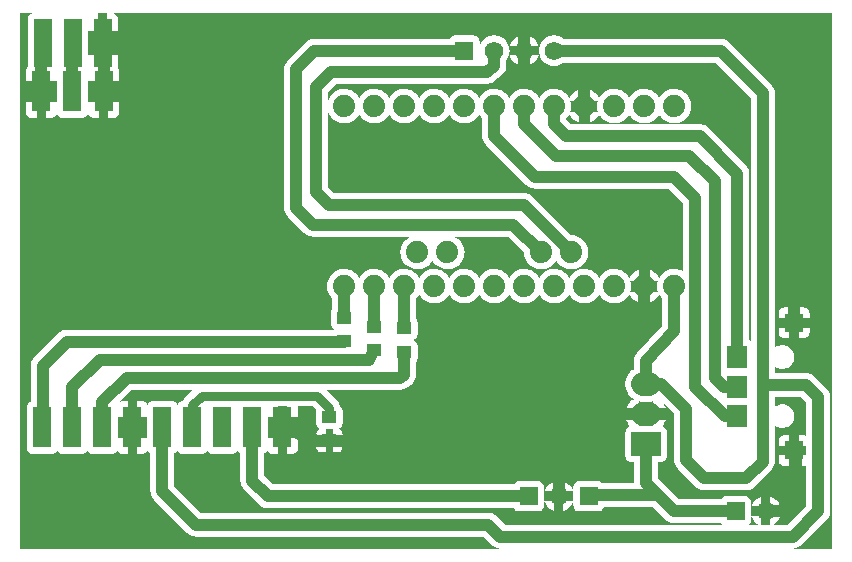
<source format=gtl>
G04 ---------------------------- Layer name :TOP LAYER*
G04 EasyEDA v5.7.24, Sat, 01 Sep 2018 15:29:15 GMT*
G04 70d3823de7e84894a96469fe6f11b24c*
G04 Gerber Generator version 0.2*
G04 Scale: 100 percent, Rotated: No, Reflected: No *
G04 Dimensions in inches *
G04 leading zeros omitted , absolute positions ,2 integer and 4 decimal *
%FSLAX24Y24*%
%MOIN*%
G90*
G70D02*

%ADD11C,0.040000*%
%ADD12C,0.030000*%
%ADD13R,0.062992X0.062992*%
%ADD14R,0.070866X0.074803*%
%ADD15R,0.062992X0.137800*%
%ADD16R,0.060500X0.160500*%
%ADD17R,0.049212X0.039370*%
%ADD18R,0.062000X0.062000*%
%ADD19C,0.062000*%
%ADD20C,0.074000*%
%ADD21R,0.098425X0.078740*%
%ADD22C,0.078740*%

%LPD*%
G36*
G01X16000Y0D02*
G01X0Y0D01*
G01X0Y17850D01*
G01X425Y17850D01*
G01X395Y17846D01*
G01X347Y17826D01*
G01X305Y17794D01*
G01X273Y17752D01*
G01X253Y17704D01*
G01X247Y17652D01*
G01X247Y16073D01*
G01X243Y16071D01*
G01X211Y16029D01*
G01X191Y15981D01*
G01X184Y15929D01*
G01X184Y15584D01*
G01X542Y15584D01*
G01X542Y15847D01*
G01X857Y15847D01*
G01X857Y15584D01*
G01X1215Y15584D01*
G01X1215Y15929D01*
G01X1214Y15933D01*
G01X1225Y15947D01*
G01X1228Y15953D01*
G01X1225Y15929D01*
G01X1225Y14551D01*
G01X1231Y14499D01*
G01X1251Y14451D01*
G01X1283Y14409D01*
G01X1325Y14377D01*
G01X1373Y14357D01*
G01X1425Y14351D01*
G01X2055Y14351D01*
G01X2106Y14357D01*
G01X2155Y14377D01*
G01X2196Y14409D01*
G01X2228Y14451D01*
G01X2248Y14499D01*
G01X2255Y14551D01*
G01X2255Y15929D01*
G01X2248Y15981D01*
G01X2243Y15992D01*
G01X2245Y15996D01*
G01X2250Y16028D01*
G01X2253Y15996D01*
G01X2268Y15959D01*
G01X2265Y15929D01*
G01X2265Y15584D01*
G01X2622Y15584D01*
G01X2622Y16129D01*
G01X2598Y16129D01*
G01X2598Y16448D01*
G01X2252Y16448D01*
G01X2252Y17251D01*
G01X2598Y17251D01*
G01X2598Y17850D01*
G01X2901Y17850D01*
G01X2901Y17251D01*
G01X3252Y17251D01*
G01X3252Y17652D01*
G01X3245Y17704D01*
G01X3225Y17752D01*
G01X3193Y17794D01*
G01X3152Y17826D01*
G01X3103Y17846D01*
G01X3073Y17850D01*
G01X27050Y17850D01*
G01X27050Y0D01*
G01X25750Y0D01*
G01X25812Y5D01*
G01X25873Y19D01*
G01X25931Y43D01*
G01X25985Y76D01*
G01X26032Y117D01*
G01X26882Y967D01*
G01X26923Y1015D01*
G01X26956Y1068D01*
G01X26980Y1126D01*
G01X26994Y1187D01*
G01X27000Y1250D01*
G01X27000Y5050D01*
G01X26994Y5112D01*
G01X26980Y5173D01*
G01X26956Y5231D01*
G01X26923Y5284D01*
G01X26882Y5332D01*
G01X26482Y5732D01*
G01X26435Y5773D01*
G01X26381Y5806D01*
G01X26323Y5830D01*
G01X26262Y5844D01*
G01X26200Y5850D01*
G01X25150Y5850D01*
G01X25150Y6077D01*
G01X25166Y6063D01*
G01X25219Y6031D01*
G01X25277Y6007D01*
G01X25337Y5992D01*
G01X25400Y5987D01*
G01X25462Y5992D01*
G01X25522Y6007D01*
G01X25580Y6031D01*
G01X25633Y6063D01*
G01X25680Y6103D01*
G01X25721Y6151D01*
G01X25753Y6204D01*
G01X25777Y6261D01*
G01X25791Y6322D01*
G01X25796Y6384D01*
G01X25791Y6446D01*
G01X25777Y6507D01*
G01X25753Y6564D01*
G01X25721Y6617D01*
G01X25680Y6665D01*
G01X25633Y6705D01*
G01X25580Y6737D01*
G01X25522Y6761D01*
G01X25462Y6776D01*
G01X25400Y6781D01*
G01X25337Y6776D01*
G01X25277Y6761D01*
G01X25219Y6737D01*
G01X25166Y6705D01*
G01X25150Y6691D01*
G01X25150Y15200D01*
G01X25144Y15262D01*
G01X25130Y15323D01*
G01X25106Y15381D01*
G01X25073Y15434D01*
G01X25032Y15482D01*
G01X23632Y16882D01*
G01X23585Y16923D01*
G01X23531Y16956D01*
G01X23473Y16980D01*
G01X23412Y16994D01*
G01X23350Y17000D01*
G01X18113Y17000D01*
G01X18093Y17016D01*
G01X18034Y17052D01*
G01X17970Y17080D01*
G01X17903Y17098D01*
G01X17835Y17108D01*
G01X17764Y17108D01*
G01X17696Y17098D01*
G01X17629Y17080D01*
G01X17565Y17052D01*
G01X17506Y17016D01*
G01X17452Y16972D01*
G01X17405Y16921D01*
G01X17364Y16864D01*
G01X17332Y16802D01*
G01X17309Y16737D01*
G01X17295Y16669D01*
G01X17290Y16600D01*
G01X17295Y16530D01*
G01X17309Y16462D01*
G01X17332Y16397D01*
G01X17364Y16335D01*
G01X17405Y16278D01*
G01X17452Y16227D01*
G01X17506Y16183D01*
G01X17565Y16147D01*
G01X17629Y16119D01*
G01X17696Y16101D01*
G01X17764Y16091D01*
G01X17835Y16091D01*
G01X17903Y16101D01*
G01X17970Y16119D01*
G01X18034Y16147D01*
G01X18093Y16183D01*
G01X18113Y16200D01*
G01X23184Y16200D01*
G01X24350Y15034D01*
G01X24350Y6934D01*
G01X24309Y6951D01*
G01X24303Y6952D01*
G01X24303Y12496D01*
G01X24298Y12558D01*
G01X24284Y12619D01*
G01X24260Y12677D01*
G01X24227Y12731D01*
G01X24186Y12778D01*
G01X22932Y14032D01*
G01X22885Y14073D01*
G01X22831Y14106D01*
G01X22773Y14130D01*
G01X22712Y14144D01*
G01X22650Y14150D01*
G01X18365Y14150D01*
G01X18200Y14315D01*
G01X18200Y14344D01*
G01X18209Y14353D01*
G01X18256Y14408D01*
G01X18296Y14470D01*
G01X18300Y14478D01*
G01X18322Y14438D01*
G01X18366Y14380D01*
G01X18416Y14327D01*
G01X18473Y14282D01*
G01X18536Y14244D01*
G01X18603Y14215D01*
G01X18614Y14211D01*
G01X18614Y14565D01*
G01X18337Y14565D01*
G01X18351Y14605D01*
G01X18365Y14677D01*
G01X18369Y14750D01*
G01X18365Y14822D01*
G01X18351Y14894D01*
G01X18337Y14934D01*
G01X18614Y14934D01*
G01X18614Y15288D01*
G01X18603Y15284D01*
G01X18536Y15255D01*
G01X18473Y15217D01*
G01X18416Y15172D01*
G01X18366Y15119D01*
G01X18322Y15061D01*
G01X18300Y15021D01*
G01X18296Y15029D01*
G01X18256Y15091D01*
G01X18209Y15146D01*
G01X18155Y15195D01*
G01X18095Y15237D01*
G01X18030Y15271D01*
G01X17962Y15296D01*
G01X17891Y15312D01*
G01X17818Y15319D01*
G01X17744Y15317D01*
G01X17673Y15305D01*
G01X17603Y15284D01*
G01X17536Y15255D01*
G01X17473Y15217D01*
G01X17416Y15172D01*
G01X17366Y15119D01*
G01X17322Y15061D01*
G01X17300Y15021D01*
G01X17296Y15029D01*
G01X17256Y15091D01*
G01X17209Y15146D01*
G01X17155Y15195D01*
G01X17095Y15237D01*
G01X17030Y15271D01*
G01X16962Y15296D01*
G01X16891Y15312D01*
G01X16818Y15319D01*
G01X16744Y15317D01*
G01X16673Y15305D01*
G01X16603Y15284D01*
G01X16536Y15255D01*
G01X16473Y15217D01*
G01X16416Y15172D01*
G01X16366Y15119D01*
G01X16322Y15061D01*
G01X16300Y15021D01*
G01X16296Y15029D01*
G01X16256Y15091D01*
G01X16209Y15146D01*
G01X16155Y15195D01*
G01X16095Y15237D01*
G01X16030Y15271D01*
G01X15962Y15296D01*
G01X15891Y15312D01*
G01X15818Y15319D01*
G01X15744Y15317D01*
G01X15673Y15305D01*
G01X15603Y15284D01*
G01X15536Y15255D01*
G01X15473Y15217D01*
G01X15416Y15172D01*
G01X15366Y15119D01*
G01X15322Y15061D01*
G01X15300Y15021D01*
G01X15296Y15029D01*
G01X15256Y15091D01*
G01X15209Y15146D01*
G01X15155Y15195D01*
G01X15095Y15237D01*
G01X15030Y15271D01*
G01X14962Y15296D01*
G01X14891Y15312D01*
G01X14818Y15319D01*
G01X14744Y15317D01*
G01X14673Y15305D01*
G01X14603Y15284D01*
G01X14536Y15255D01*
G01X14473Y15217D01*
G01X14416Y15172D01*
G01X14366Y15119D01*
G01X14322Y15061D01*
G01X14300Y15021D01*
G01X14296Y15029D01*
G01X14256Y15091D01*
G01X14209Y15146D01*
G01X14155Y15195D01*
G01X14095Y15237D01*
G01X14030Y15271D01*
G01X13962Y15296D01*
G01X13891Y15312D01*
G01X13818Y15319D01*
G01X13744Y15317D01*
G01X13673Y15305D01*
G01X13603Y15284D01*
G01X13536Y15255D01*
G01X13473Y15217D01*
G01X13416Y15172D01*
G01X13366Y15119D01*
G01X13322Y15061D01*
G01X13300Y15021D01*
G01X13296Y15029D01*
G01X13256Y15091D01*
G01X13209Y15146D01*
G01X13155Y15195D01*
G01X13095Y15237D01*
G01X13030Y15271D01*
G01X12962Y15296D01*
G01X12891Y15312D01*
G01X12818Y15319D01*
G01X12744Y15317D01*
G01X12673Y15305D01*
G01X12603Y15284D01*
G01X12536Y15255D01*
G01X12473Y15217D01*
G01X12416Y15172D01*
G01X12366Y15119D01*
G01X12322Y15061D01*
G01X12300Y15021D01*
G01X12296Y15029D01*
G01X12256Y15091D01*
G01X12209Y15146D01*
G01X12155Y15195D01*
G01X12095Y15237D01*
G01X12030Y15271D01*
G01X11962Y15296D01*
G01X11891Y15312D01*
G01X11818Y15319D01*
G01X11744Y15317D01*
G01X11673Y15305D01*
G01X11603Y15284D01*
G01X11536Y15255D01*
G01X11473Y15217D01*
G01X11416Y15172D01*
G01X11366Y15119D01*
G01X11322Y15061D01*
G01X11300Y15021D01*
G01X11296Y15029D01*
G01X11256Y15091D01*
G01X11209Y15146D01*
G01X11155Y15195D01*
G01X11095Y15237D01*
G01X11030Y15271D01*
G01X10962Y15296D01*
G01X10891Y15312D01*
G01X10818Y15319D01*
G01X10744Y15317D01*
G01X10673Y15305D01*
G01X10603Y15284D01*
G01X10536Y15255D01*
G01X10473Y15217D01*
G01X10416Y15172D01*
G01X10366Y15119D01*
G01X10322Y15061D01*
G01X10286Y14997D01*
G01X10258Y14929D01*
G01X10250Y14895D01*
G01X10250Y15234D01*
G01X10515Y15500D01*
G01X15550Y15500D01*
G01X15603Y15503D01*
G01X15656Y15514D01*
G01X15707Y15532D01*
G01X15755Y15556D01*
G01X15800Y15587D01*
G01X16050Y15787D01*
G01X16101Y15837D01*
G01X16143Y15894D01*
G01X16174Y15959D01*
G01X16193Y16028D01*
G01X16200Y16100D01*
G01X16200Y16285D01*
G01X16235Y16335D01*
G01X16267Y16397D01*
G01X16290Y16462D01*
G01X16304Y16530D01*
G01X16309Y16600D01*
G01X16304Y16669D01*
G01X16290Y16737D01*
G01X16267Y16802D01*
G01X16235Y16864D01*
G01X16194Y16921D01*
G01X16147Y16972D01*
G01X16093Y17016D01*
G01X16034Y17052D01*
G01X15970Y17080D01*
G01X15903Y17098D01*
G01X15835Y17108D01*
G01X15764Y17108D01*
G01X15696Y17098D01*
G01X15629Y17080D01*
G01X15565Y17052D01*
G01X15506Y17016D01*
G01X15452Y16972D01*
G01X15405Y16921D01*
G01X15364Y16864D01*
G01X15332Y16802D01*
G01X15310Y16738D01*
G01X15310Y16909D01*
G01X15303Y16961D01*
G01X15283Y17009D01*
G01X15251Y17051D01*
G01X15210Y17083D01*
G01X15161Y17103D01*
G01X15110Y17109D01*
G01X14489Y17109D01*
G01X14437Y17103D01*
G01X14389Y17083D01*
G01X14347Y17051D01*
G01X14316Y17009D01*
G01X14312Y17000D01*
G01X9800Y17000D01*
G01X9737Y16994D01*
G01X9676Y16980D01*
G01X9618Y16956D01*
G01X9564Y16923D01*
G01X9517Y16882D01*
G01X8917Y16282D01*
G01X8876Y16234D01*
G01X8843Y16181D01*
G01X8819Y16123D01*
G01X8805Y16062D01*
G01X8800Y16000D01*
G01X8800Y11350D01*
G01X8805Y11287D01*
G01X8819Y11226D01*
G01X8843Y11168D01*
G01X8876Y11115D01*
G01X8917Y11067D01*
G01X9467Y10517D01*
G01X9514Y10476D01*
G01X9568Y10443D01*
G01X9626Y10419D01*
G01X9687Y10405D01*
G01X9750Y10400D01*
G01X13008Y10400D01*
G01X12975Y10385D01*
G01X12913Y10347D01*
G01X12856Y10302D01*
G01X12805Y10249D01*
G01X12761Y10191D01*
G01X12726Y10127D01*
G01X12698Y10059D01*
G01X12680Y9988D01*
G01X12670Y9916D01*
G01X12670Y9843D01*
G01X12680Y9771D01*
G01X12698Y9700D01*
G01X12726Y9632D01*
G01X12761Y9568D01*
G01X12805Y9510D01*
G01X12856Y9457D01*
G01X12913Y9412D01*
G01X12975Y9374D01*
G01X13042Y9344D01*
G01X13112Y9324D01*
G01X13184Y9312D01*
G01X13257Y9310D01*
G01X13330Y9317D01*
G01X13401Y9333D01*
G01X13469Y9358D01*
G01X13535Y9392D01*
G01X13594Y9434D01*
G01X13648Y9483D01*
G01X13696Y9538D01*
G01X13736Y9600D01*
G01X13739Y9608D01*
G01X13761Y9568D01*
G01X13805Y9510D01*
G01X13856Y9457D01*
G01X13913Y9412D01*
G01X13975Y9374D01*
G01X14042Y9344D01*
G01X14112Y9324D01*
G01X14184Y9312D01*
G01X14257Y9310D01*
G01X14330Y9317D01*
G01X14401Y9333D01*
G01X14469Y9358D01*
G01X14535Y9392D01*
G01X14594Y9434D01*
G01X14648Y9483D01*
G01X14696Y9538D01*
G01X14736Y9600D01*
G01X14767Y9666D01*
G01X14790Y9735D01*
G01X14805Y9807D01*
G01X14809Y9880D01*
G01X14805Y9952D01*
G01X14790Y10024D01*
G01X14767Y10093D01*
G01X14736Y10159D01*
G01X14696Y10221D01*
G01X14648Y10276D01*
G01X14594Y10325D01*
G01X14535Y10367D01*
G01X14472Y10400D01*
G01X16273Y10400D01*
G01X16791Y9883D01*
G01X16791Y9843D01*
G01X16800Y9771D01*
G01X16818Y9700D01*
G01X16846Y9632D01*
G01X16882Y9568D01*
G01X16926Y9510D01*
G01X16976Y9457D01*
G01X17033Y9412D01*
G01X17096Y9374D01*
G01X17163Y9344D01*
G01X17233Y9324D01*
G01X17305Y9312D01*
G01X17378Y9310D01*
G01X17451Y9317D01*
G01X17522Y9333D01*
G01X17590Y9358D01*
G01X17655Y9392D01*
G01X17715Y9434D01*
G01X17769Y9483D01*
G01X17816Y9538D01*
G01X17856Y9600D01*
G01X17860Y9608D01*
G01X17882Y9568D01*
G01X17926Y9510D01*
G01X17976Y9457D01*
G01X18033Y9412D01*
G01X18096Y9374D01*
G01X18163Y9344D01*
G01X18233Y9324D01*
G01X18305Y9312D01*
G01X18378Y9310D01*
G01X18451Y9317D01*
G01X18522Y9333D01*
G01X18590Y9358D01*
G01X18655Y9392D01*
G01X18715Y9434D01*
G01X18769Y9483D01*
G01X18816Y9538D01*
G01X18856Y9600D01*
G01X18888Y9666D01*
G01X18911Y9735D01*
G01X18925Y9807D01*
G01X18930Y9880D01*
G01X18925Y9952D01*
G01X18911Y10024D01*
G01X18888Y10093D01*
G01X18856Y10159D01*
G01X18816Y10221D01*
G01X18769Y10276D01*
G01X18715Y10325D01*
G01X18655Y10367D01*
G01X18590Y10401D01*
G01X18522Y10426D01*
G01X18451Y10442D01*
G01X18378Y10449D01*
G01X18356Y10448D01*
G01X17072Y11732D01*
G01X17024Y11773D01*
G01X16971Y11806D01*
G01X16912Y11830D01*
G01X16852Y11844D01*
G01X16789Y11850D01*
G01X10465Y11850D01*
G01X10250Y12065D01*
G01X10250Y14605D01*
G01X10258Y14570D01*
G01X10286Y14502D01*
G01X10322Y14438D01*
G01X10366Y14380D01*
G01X10416Y14327D01*
G01X10473Y14282D01*
G01X10536Y14244D01*
G01X10603Y14215D01*
G01X10673Y14194D01*
G01X10744Y14182D01*
G01X10818Y14180D01*
G01X10891Y14187D01*
G01X10962Y14203D01*
G01X11030Y14228D01*
G01X11095Y14262D01*
G01X11155Y14304D01*
G01X11209Y14353D01*
G01X11256Y14408D01*
G01X11296Y14470D01*
G01X11300Y14478D01*
G01X11322Y14438D01*
G01X11366Y14380D01*
G01X11416Y14327D01*
G01X11473Y14282D01*
G01X11536Y14244D01*
G01X11603Y14215D01*
G01X11673Y14194D01*
G01X11744Y14182D01*
G01X11818Y14180D01*
G01X11891Y14187D01*
G01X11962Y14203D01*
G01X12030Y14228D01*
G01X12095Y14262D01*
G01X12155Y14304D01*
G01X12209Y14353D01*
G01X12256Y14408D01*
G01X12296Y14470D01*
G01X12300Y14478D01*
G01X12322Y14438D01*
G01X12366Y14380D01*
G01X12416Y14327D01*
G01X12473Y14282D01*
G01X12536Y14244D01*
G01X12603Y14215D01*
G01X12673Y14194D01*
G01X12744Y14182D01*
G01X12818Y14180D01*
G01X12891Y14187D01*
G01X12962Y14203D01*
G01X13030Y14228D01*
G01X13095Y14262D01*
G01X13155Y14304D01*
G01X13209Y14353D01*
G01X13256Y14408D01*
G01X13296Y14470D01*
G01X13300Y14478D01*
G01X13322Y14438D01*
G01X13366Y14380D01*
G01X13416Y14327D01*
G01X13473Y14282D01*
G01X13536Y14244D01*
G01X13603Y14215D01*
G01X13673Y14194D01*
G01X13744Y14182D01*
G01X13818Y14180D01*
G01X13891Y14187D01*
G01X13962Y14203D01*
G01X14030Y14228D01*
G01X14095Y14262D01*
G01X14155Y14304D01*
G01X14209Y14353D01*
G01X14256Y14408D01*
G01X14296Y14470D01*
G01X14300Y14478D01*
G01X14322Y14438D01*
G01X14366Y14380D01*
G01X14416Y14327D01*
G01X14473Y14282D01*
G01X14536Y14244D01*
G01X14603Y14215D01*
G01X14673Y14194D01*
G01X14744Y14182D01*
G01X14818Y14180D01*
G01X14891Y14187D01*
G01X14962Y14203D01*
G01X15030Y14228D01*
G01X15095Y14262D01*
G01X15155Y14304D01*
G01X15209Y14353D01*
G01X15256Y14408D01*
G01X15296Y14470D01*
G01X15300Y14478D01*
G01X15322Y14438D01*
G01X15366Y14380D01*
G01X15400Y14344D01*
G01X15400Y13750D01*
G01X15405Y13687D01*
G01X15419Y13626D01*
G01X15443Y13568D01*
G01X15476Y13515D01*
G01X15517Y13467D01*
G01X16867Y12117D01*
G01X16914Y12076D01*
G01X16968Y12043D01*
G01X17026Y12019D01*
G01X17087Y12005D01*
G01X17150Y12000D01*
G01X21634Y12000D01*
G01X22100Y11534D01*
G01X22100Y9233D01*
G01X22095Y9237D01*
G01X22030Y9271D01*
G01X21962Y9296D01*
G01X21891Y9312D01*
G01X21818Y9319D01*
G01X21744Y9317D01*
G01X21673Y9305D01*
G01X21603Y9284D01*
G01X21536Y9255D01*
G01X21473Y9217D01*
G01X21416Y9172D01*
G01X21366Y9119D01*
G01X21322Y9061D01*
G01X21300Y9021D01*
G01X21296Y9029D01*
G01X21256Y9091D01*
G01X21209Y9146D01*
G01X21155Y9195D01*
G01X21095Y9237D01*
G01X21030Y9271D01*
G01X20985Y9288D01*
G01X20985Y8934D01*
G01X21261Y8934D01*
G01X21258Y8929D01*
G01X21240Y8858D01*
G01X21231Y8786D01*
G01X21231Y8713D01*
G01X21240Y8641D01*
G01X21258Y8570D01*
G01X21261Y8565D01*
G01X20985Y8565D01*
G01X20985Y8211D01*
G01X21030Y8228D01*
G01X21095Y8262D01*
G01X21155Y8304D01*
G01X21209Y8353D01*
G01X21256Y8408D01*
G01X21296Y8470D01*
G01X21300Y8478D01*
G01X21322Y8438D01*
G01X21366Y8380D01*
G01X21400Y8344D01*
G01X21400Y7409D01*
G01X20560Y6525D01*
G01X20521Y6477D01*
G01X20489Y6424D01*
G01X20467Y6366D01*
G01X20453Y6306D01*
G01X20450Y6244D01*
G01X20453Y5996D01*
G01X20410Y5967D01*
G01X20385Y5948D01*
G01X20336Y5905D01*
G01X20331Y5900D01*
G01X20326Y5894D01*
G01X20321Y5889D01*
G01X20316Y5883D01*
G01X20312Y5877D01*
G01X20272Y5826D01*
G01X20255Y5799D01*
G01X20224Y5742D01*
G01X20212Y5713D01*
G01X20191Y5652D01*
G01X20182Y5620D01*
G01X20171Y5556D01*
G01X20168Y5522D01*
G01X20168Y5457D01*
G01X20171Y5423D01*
G01X20182Y5359D01*
G01X20191Y5327D01*
G01X20212Y5266D01*
G01X20224Y5237D01*
G01X20255Y5180D01*
G01X20272Y5153D01*
G01X20312Y5102D01*
G01X20316Y5096D01*
G01X20321Y5090D01*
G01X20326Y5085D01*
G01X20331Y5080D01*
G01X20336Y5075D01*
G01X20385Y5031D01*
G01X20410Y5012D01*
G01X20443Y4990D01*
G01X20410Y4967D01*
G01X20385Y4948D01*
G01X20336Y4905D01*
G01X20331Y4900D01*
G01X20326Y4894D01*
G01X20321Y4889D01*
G01X20316Y4883D01*
G01X20312Y4877D01*
G01X20272Y4826D01*
G01X20255Y4799D01*
G01X20224Y4742D01*
G01X20212Y4713D01*
G01X20202Y4686D01*
G01X20614Y4686D01*
G01X20614Y4916D01*
G01X20647Y4908D01*
G01X20678Y4902D01*
G01X20744Y4897D01*
G01X20761Y4896D01*
G01X20958Y4896D01*
G01X20975Y4897D01*
G01X21040Y4902D01*
G01X21071Y4908D01*
G01X21105Y4916D01*
G01X21105Y4686D01*
G01X21516Y4686D01*
G01X21507Y4713D01*
G01X21494Y4742D01*
G01X21464Y4799D01*
G01X21446Y4827D01*
G01X21407Y4876D01*
G01X21800Y4484D01*
G01X21800Y2950D01*
G01X21805Y2887D01*
G01X21819Y2826D01*
G01X21843Y2768D01*
G01X21876Y2715D01*
G01X21917Y2667D01*
G01X22517Y2067D01*
G01X22564Y2026D01*
G01X22618Y1993D01*
G01X22676Y1969D01*
G01X22737Y1955D01*
G01X22800Y1950D01*
G01X24200Y1950D01*
G01X24262Y1955D01*
G01X24323Y1969D01*
G01X24381Y1993D01*
G01X24435Y2026D01*
G01X24482Y2067D01*
G01X25032Y2617D01*
G01X25073Y2665D01*
G01X25106Y2718D01*
G01X25130Y2776D01*
G01X25144Y2837D01*
G01X25150Y2900D01*
G01X25150Y4109D01*
G01X25167Y4094D01*
G01X25220Y4062D01*
G01X25277Y4038D01*
G01X25338Y4024D01*
G01X25400Y4019D01*
G01X25462Y4024D01*
G01X25523Y4038D01*
G01X25580Y4062D01*
G01X25633Y4094D01*
G01X25681Y4135D01*
G01X25721Y4182D01*
G01X25753Y4236D01*
G01X25777Y4293D01*
G01X25792Y4353D01*
G01X25797Y4416D01*
G01X25792Y4478D01*
G01X25777Y4538D01*
G01X25753Y4596D01*
G01X25721Y4649D01*
G01X25681Y4696D01*
G01X25633Y4737D01*
G01X25580Y4769D01*
G01X25523Y4793D01*
G01X25462Y4807D01*
G01X25400Y4812D01*
G01X25338Y4807D01*
G01X25277Y4793D01*
G01X25220Y4769D01*
G01X25167Y4737D01*
G01X25150Y4722D01*
G01X25150Y5050D01*
G01X26034Y5050D01*
G01X26200Y4884D01*
G01X26200Y3766D01*
G01X26160Y3782D01*
G01X26108Y3789D01*
G01X25950Y3789D01*
G01X25950Y3431D01*
G01X26200Y3431D01*
G01X26200Y3117D01*
G01X25950Y3117D01*
G01X25950Y2759D01*
G01X26108Y2759D01*
G01X26160Y2766D01*
G01X26200Y2782D01*
G01X26200Y1415D01*
G01X25584Y800D01*
G01X25088Y800D01*
G01X25143Y833D01*
G01X25197Y877D01*
G01X25244Y928D01*
G01X25285Y985D01*
G01X25317Y1047D01*
G01X25334Y1094D01*
G01X25005Y1094D01*
G01X25005Y800D01*
G01X24694Y800D01*
G01X24694Y1094D01*
G01X24365Y1094D01*
G01X24382Y1047D01*
G01X24414Y985D01*
G01X24455Y928D01*
G01X24502Y877D01*
G01X24556Y833D01*
G01X24611Y800D01*
G01X24302Y800D01*
G01X24333Y840D01*
G01X24353Y888D01*
G01X24360Y940D01*
G01X24360Y1559D01*
G01X24353Y1611D01*
G01X24333Y1659D01*
G01X24301Y1701D01*
G01X24260Y1733D01*
G01X24211Y1753D01*
G01X24160Y1759D01*
G01X23539Y1759D01*
G01X23487Y1753D01*
G01X23439Y1733D01*
G01X23397Y1701D01*
G01X23366Y1659D01*
G01X23362Y1650D01*
G01X21965Y1650D01*
G01X21251Y2364D01*
G01X21255Y2896D01*
G01X21351Y2896D01*
G01X21403Y2903D01*
G01X21451Y2923D01*
G01X21493Y2955D01*
G01X21525Y2996D01*
G01X21544Y3044D01*
G01X21551Y3096D01*
G01X21551Y3883D01*
G01X21544Y3935D01*
G01X21525Y3983D01*
G01X21493Y4025D01*
G01X21451Y4057D01*
G01X21403Y4077D01*
G01X21386Y4079D01*
G01X21406Y4101D01*
G01X21446Y4152D01*
G01X21464Y4180D01*
G01X21494Y4237D01*
G01X21507Y4266D01*
G01X21516Y4293D01*
G01X21105Y4293D01*
G01X21105Y4083D01*
G01X20614Y4083D01*
G01X20614Y4293D01*
G01X20202Y4293D01*
G01X20212Y4266D01*
G01X20224Y4237D01*
G01X20255Y4180D01*
G01X20272Y4153D01*
G01X20312Y4102D01*
G01X20316Y4096D01*
G01X20321Y4090D01*
G01X20326Y4085D01*
G01X20331Y4080D01*
G01X20331Y4079D01*
G01X20316Y4077D01*
G01X20267Y4057D01*
G01X20226Y4025D01*
G01X20194Y3983D01*
G01X20174Y3935D01*
G01X20167Y3883D01*
G01X20167Y3096D01*
G01X20174Y3044D01*
G01X20194Y2996D01*
G01X20226Y2955D01*
G01X20267Y2923D01*
G01X20316Y2903D01*
G01X20367Y2896D01*
G01X20455Y2896D01*
G01X20450Y2203D01*
G01X20450Y2200D01*
G01X19402Y2200D01*
G01X19401Y2201D01*
G01X19360Y2233D01*
G01X19311Y2253D01*
G01X19260Y2259D01*
G01X18639Y2259D01*
G01X18587Y2253D01*
G01X18539Y2233D01*
G01X18497Y2201D01*
G01X18466Y2159D01*
G01X18446Y2111D01*
G01X18439Y2059D01*
G01X18439Y1440D01*
G01X18446Y1388D01*
G01X18466Y1340D01*
G01X18497Y1298D01*
G01X18539Y1266D01*
G01X18587Y1246D01*
G01X18639Y1240D01*
G01X19260Y1240D01*
G01X19311Y1246D01*
G01X19360Y1266D01*
G01X19401Y1298D01*
G01X19433Y1340D01*
G01X19453Y1388D01*
G01X19455Y1400D01*
G01X21084Y1400D01*
G01X21517Y967D01*
G01X21564Y926D01*
G01X21618Y893D01*
G01X21676Y869D01*
G01X21737Y855D01*
G01X21800Y850D01*
G01X23362Y850D01*
G01X23366Y840D01*
G01X23396Y800D01*
G01X16165Y800D01*
G01X15882Y1082D01*
G01X15835Y1123D01*
G01X15781Y1156D01*
G01X15723Y1180D01*
G01X15662Y1194D01*
G01X15600Y1200D01*
G01X6015Y1200D01*
G01X5139Y2075D01*
G01X5139Y3171D01*
G01X5155Y3177D01*
G01X5196Y3209D01*
G01X5228Y3251D01*
G01X5239Y3279D01*
G01X5251Y3251D01*
G01X5283Y3209D01*
G01X5325Y3177D01*
G01X5373Y3157D01*
G01X5425Y3151D01*
G01X6055Y3151D01*
G01X6106Y3157D01*
G01X6155Y3177D01*
G01X6196Y3209D01*
G01X6228Y3251D01*
G01X6239Y3279D01*
G01X6251Y3251D01*
G01X6283Y3209D01*
G01X6325Y3177D01*
G01X6373Y3157D01*
G01X6425Y3151D01*
G01X7055Y3151D01*
G01X7106Y3157D01*
G01X7155Y3177D01*
G01X7196Y3209D01*
G01X7228Y3251D01*
G01X7239Y3279D01*
G01X7251Y3251D01*
G01X7283Y3209D01*
G01X7325Y3177D01*
G01X7339Y3171D01*
G01X7339Y2259D01*
G01X7344Y2197D01*
G01X7358Y2136D01*
G01X7383Y2078D01*
G01X7416Y2025D01*
G01X7456Y1977D01*
G01X7967Y1467D01*
G01X8014Y1426D01*
G01X8068Y1393D01*
G01X8126Y1369D01*
G01X8187Y1355D01*
G01X8250Y1350D01*
G01X16462Y1350D01*
G01X16466Y1340D01*
G01X16497Y1298D01*
G01X16539Y1266D01*
G01X16587Y1246D01*
G01X16639Y1240D01*
G01X17260Y1240D01*
G01X17311Y1246D01*
G01X17360Y1266D01*
G01X17401Y1298D01*
G01X17433Y1340D01*
G01X17453Y1388D01*
G01X17460Y1440D01*
G01X17460Y2059D01*
G01X17453Y2111D01*
G01X17433Y2159D01*
G01X17401Y2201D01*
G01X17360Y2233D01*
G01X17311Y2253D01*
G01X17260Y2259D01*
G01X16639Y2259D01*
G01X16587Y2253D01*
G01X16539Y2233D01*
G01X16497Y2201D01*
G01X16466Y2159D01*
G01X16462Y2150D01*
G01X8415Y2150D01*
G01X8139Y2425D01*
G01X8139Y3171D01*
G01X8155Y3177D01*
G01X8196Y3209D01*
G01X8228Y3251D01*
G01X8239Y3279D01*
G01X8251Y3251D01*
G01X8283Y3209D01*
G01X8325Y3177D01*
G01X8373Y3157D01*
G01X8425Y3151D01*
G01X8582Y3151D01*
G01X8582Y3695D01*
G01X8255Y3695D01*
G01X8255Y4384D01*
G01X8582Y4384D01*
G01X8582Y4750D01*
G01X8896Y4750D01*
G01X8896Y4384D01*
G01X9255Y4384D01*
G01X9255Y4729D01*
G01X9252Y4750D01*
G01X9755Y4750D01*
G01X9861Y4644D01*
G01X9860Y4642D01*
G01X9853Y4590D01*
G01X9853Y4197D01*
G01X9860Y4145D01*
G01X9880Y4097D01*
G01X9912Y4055D01*
G01X9953Y4023D01*
G01X10002Y4003D01*
G01X10030Y4000D01*
G01X10002Y3996D01*
G01X9953Y3976D01*
G01X9912Y3944D01*
G01X9880Y3903D01*
G01X9860Y3855D01*
G01X9853Y3803D01*
G01X9853Y3704D01*
G01X10177Y3704D01*
G01X10177Y3997D01*
G01X10422Y3997D01*
G01X10422Y3704D01*
G01X10745Y3704D01*
G01X10745Y3803D01*
G01X10738Y3855D01*
G01X10718Y3903D01*
G01X10687Y3944D01*
G01X10645Y3976D01*
G01X10597Y3996D01*
G01X10569Y4000D01*
G01X10597Y4003D01*
G01X10645Y4023D01*
G01X10687Y4055D01*
G01X10718Y4097D01*
G01X10738Y4145D01*
G01X10745Y4197D01*
G01X10745Y4590D01*
G01X10738Y4642D01*
G01X10718Y4690D01*
G01X10687Y4732D01*
G01X10645Y4763D01*
G01X10643Y4765D01*
G01X10632Y4808D01*
G01X10611Y4858D01*
G01X10583Y4905D01*
G01X10547Y4947D01*
G01X10194Y5300D01*
G01X12641Y5300D01*
G01X12686Y5302D01*
G01X12731Y5309D01*
G01X12774Y5322D01*
G01X12816Y5340D01*
G01X12855Y5361D01*
G01X13013Y5461D01*
G01X13077Y5511D01*
G01X13128Y5572D01*
G01X13167Y5643D01*
G01X13191Y5719D01*
G01X13200Y5800D01*
G01X13200Y6234D01*
G01X13218Y6259D01*
G01X13238Y6308D01*
G01X13245Y6359D01*
G01X13245Y6753D01*
G01X13238Y6805D01*
G01X13218Y6853D01*
G01X13187Y6894D01*
G01X13145Y6926D01*
G01X13097Y6946D01*
G01X13069Y6950D01*
G01X13097Y6953D01*
G01X13145Y6973D01*
G01X13187Y7005D01*
G01X13218Y7047D01*
G01X13238Y7095D01*
G01X13245Y7147D01*
G01X13245Y7541D01*
G01X13238Y7592D01*
G01X13218Y7641D01*
G01X13200Y7666D01*
G01X13200Y8344D01*
G01X13209Y8353D01*
G01X13256Y8408D01*
G01X13296Y8470D01*
G01X13300Y8478D01*
G01X13322Y8438D01*
G01X13366Y8380D01*
G01X13416Y8327D01*
G01X13473Y8282D01*
G01X13536Y8244D01*
G01X13603Y8215D01*
G01X13673Y8194D01*
G01X13744Y8182D01*
G01X13818Y8180D01*
G01X13891Y8187D01*
G01X13962Y8203D01*
G01X14030Y8228D01*
G01X14095Y8262D01*
G01X14155Y8304D01*
G01X14209Y8353D01*
G01X14256Y8408D01*
G01X14296Y8470D01*
G01X14300Y8478D01*
G01X14322Y8438D01*
G01X14366Y8380D01*
G01X14416Y8327D01*
G01X14473Y8282D01*
G01X14536Y8244D01*
G01X14603Y8215D01*
G01X14673Y8194D01*
G01X14744Y8182D01*
G01X14818Y8180D01*
G01X14891Y8187D01*
G01X14962Y8203D01*
G01X15030Y8228D01*
G01X15095Y8262D01*
G01X15155Y8304D01*
G01X15209Y8353D01*
G01X15256Y8408D01*
G01X15296Y8470D01*
G01X15300Y8478D01*
G01X15322Y8438D01*
G01X15366Y8380D01*
G01X15416Y8327D01*
G01X15473Y8282D01*
G01X15536Y8244D01*
G01X15603Y8215D01*
G01X15673Y8194D01*
G01X15744Y8182D01*
G01X15818Y8180D01*
G01X15891Y8187D01*
G01X15962Y8203D01*
G01X16030Y8228D01*
G01X16095Y8262D01*
G01X16155Y8304D01*
G01X16209Y8353D01*
G01X16256Y8408D01*
G01X16296Y8470D01*
G01X16300Y8478D01*
G01X16322Y8438D01*
G01X16366Y8380D01*
G01X16416Y8327D01*
G01X16473Y8282D01*
G01X16536Y8244D01*
G01X16603Y8215D01*
G01X16673Y8194D01*
G01X16744Y8182D01*
G01X16818Y8180D01*
G01X16891Y8187D01*
G01X16962Y8203D01*
G01X17030Y8228D01*
G01X17095Y8262D01*
G01X17155Y8304D01*
G01X17209Y8353D01*
G01X17256Y8408D01*
G01X17296Y8470D01*
G01X17300Y8478D01*
G01X17322Y8438D01*
G01X17366Y8380D01*
G01X17416Y8327D01*
G01X17473Y8282D01*
G01X17536Y8244D01*
G01X17603Y8215D01*
G01X17673Y8194D01*
G01X17744Y8182D01*
G01X17818Y8180D01*
G01X17891Y8187D01*
G01X17962Y8203D01*
G01X18030Y8228D01*
G01X18095Y8262D01*
G01X18155Y8304D01*
G01X18209Y8353D01*
G01X18256Y8408D01*
G01X18296Y8470D01*
G01X18300Y8478D01*
G01X18322Y8438D01*
G01X18366Y8380D01*
G01X18416Y8327D01*
G01X18473Y8282D01*
G01X18536Y8244D01*
G01X18603Y8215D01*
G01X18673Y8194D01*
G01X18744Y8182D01*
G01X18818Y8180D01*
G01X18891Y8187D01*
G01X18962Y8203D01*
G01X19030Y8228D01*
G01X19095Y8262D01*
G01X19155Y8304D01*
G01X19209Y8353D01*
G01X19256Y8408D01*
G01X19296Y8470D01*
G01X19300Y8478D01*
G01X19322Y8438D01*
G01X19366Y8380D01*
G01X19416Y8327D01*
G01X19473Y8282D01*
G01X19536Y8244D01*
G01X19603Y8215D01*
G01X19673Y8194D01*
G01X19744Y8182D01*
G01X19818Y8180D01*
G01X19891Y8187D01*
G01X19962Y8203D01*
G01X20030Y8228D01*
G01X20095Y8262D01*
G01X20155Y8304D01*
G01X20209Y8353D01*
G01X20256Y8408D01*
G01X20296Y8470D01*
G01X20300Y8478D01*
G01X20322Y8438D01*
G01X20366Y8380D01*
G01X20416Y8327D01*
G01X20473Y8282D01*
G01X20536Y8244D01*
G01X20603Y8215D01*
G01X20614Y8211D01*
G01X20614Y8565D01*
G01X20337Y8565D01*
G01X20351Y8605D01*
G01X20365Y8677D01*
G01X20369Y8750D01*
G01X20365Y8822D01*
G01X20351Y8894D01*
G01X20337Y8934D01*
G01X20614Y8934D01*
G01X20614Y9288D01*
G01X20603Y9284D01*
G01X20536Y9255D01*
G01X20473Y9217D01*
G01X20416Y9172D01*
G01X20366Y9119D01*
G01X20322Y9061D01*
G01X20300Y9021D01*
G01X20296Y9029D01*
G01X20256Y9091D01*
G01X20209Y9146D01*
G01X20155Y9195D01*
G01X20095Y9237D01*
G01X20030Y9271D01*
G01X19962Y9296D01*
G01X19891Y9312D01*
G01X19818Y9319D01*
G01X19744Y9317D01*
G01X19673Y9305D01*
G01X19603Y9284D01*
G01X19536Y9255D01*
G01X19473Y9217D01*
G01X19416Y9172D01*
G01X19366Y9119D01*
G01X19322Y9061D01*
G01X19300Y9021D01*
G01X19296Y9029D01*
G01X19256Y9091D01*
G01X19209Y9146D01*
G01X19155Y9195D01*
G01X19095Y9237D01*
G01X19030Y9271D01*
G01X18962Y9296D01*
G01X18891Y9312D01*
G01X18818Y9319D01*
G01X18744Y9317D01*
G01X18673Y9305D01*
G01X18603Y9284D01*
G01X18536Y9255D01*
G01X18473Y9217D01*
G01X18416Y9172D01*
G01X18366Y9119D01*
G01X18322Y9061D01*
G01X18300Y9021D01*
G01X18296Y9029D01*
G01X18256Y9091D01*
G01X18209Y9146D01*
G01X18155Y9195D01*
G01X18095Y9237D01*
G01X18030Y9271D01*
G01X17962Y9296D01*
G01X17891Y9312D01*
G01X17818Y9319D01*
G01X17744Y9317D01*
G01X17673Y9305D01*
G01X17603Y9284D01*
G01X17536Y9255D01*
G01X17473Y9217D01*
G01X17416Y9172D01*
G01X17366Y9119D01*
G01X17322Y9061D01*
G01X17300Y9021D01*
G01X17296Y9029D01*
G01X17256Y9091D01*
G01X17209Y9146D01*
G01X17155Y9195D01*
G01X17095Y9237D01*
G01X17030Y9271D01*
G01X16962Y9296D01*
G01X16891Y9312D01*
G01X16818Y9319D01*
G01X16744Y9317D01*
G01X16673Y9305D01*
G01X16603Y9284D01*
G01X16536Y9255D01*
G01X16473Y9217D01*
G01X16416Y9172D01*
G01X16366Y9119D01*
G01X16322Y9061D01*
G01X16300Y9021D01*
G01X16296Y9029D01*
G01X16256Y9091D01*
G01X16209Y9146D01*
G01X16155Y9195D01*
G01X16095Y9237D01*
G01X16030Y9271D01*
G01X15962Y9296D01*
G01X15891Y9312D01*
G01X15818Y9319D01*
G01X15744Y9317D01*
G01X15673Y9305D01*
G01X15603Y9284D01*
G01X15536Y9255D01*
G01X15473Y9217D01*
G01X15416Y9172D01*
G01X15366Y9119D01*
G01X15322Y9061D01*
G01X15300Y9021D01*
G01X15296Y9029D01*
G01X15256Y9091D01*
G01X15209Y9146D01*
G01X15155Y9195D01*
G01X15095Y9237D01*
G01X15030Y9271D01*
G01X14962Y9296D01*
G01X14891Y9312D01*
G01X14818Y9319D01*
G01X14744Y9317D01*
G01X14673Y9305D01*
G01X14603Y9284D01*
G01X14536Y9255D01*
G01X14473Y9217D01*
G01X14416Y9172D01*
G01X14366Y9119D01*
G01X14322Y9061D01*
G01X14300Y9021D01*
G01X14296Y9029D01*
G01X14256Y9091D01*
G01X14209Y9146D01*
G01X14155Y9195D01*
G01X14095Y9237D01*
G01X14030Y9271D01*
G01X13962Y9296D01*
G01X13891Y9312D01*
G01X13818Y9319D01*
G01X13744Y9317D01*
G01X13673Y9305D01*
G01X13603Y9284D01*
G01X13536Y9255D01*
G01X13473Y9217D01*
G01X13416Y9172D01*
G01X13366Y9119D01*
G01X13322Y9061D01*
G01X13300Y9021D01*
G01X13296Y9029D01*
G01X13256Y9091D01*
G01X13209Y9146D01*
G01X13155Y9195D01*
G01X13095Y9237D01*
G01X13030Y9271D01*
G01X12962Y9296D01*
G01X12891Y9312D01*
G01X12818Y9319D01*
G01X12744Y9317D01*
G01X12673Y9305D01*
G01X12603Y9284D01*
G01X12536Y9255D01*
G01X12473Y9217D01*
G01X12416Y9172D01*
G01X12366Y9119D01*
G01X12322Y9061D01*
G01X12300Y9021D01*
G01X12296Y9029D01*
G01X12256Y9091D01*
G01X12209Y9146D01*
G01X12155Y9195D01*
G01X12095Y9237D01*
G01X12030Y9271D01*
G01X11962Y9296D01*
G01X11891Y9312D01*
G01X11818Y9319D01*
G01X11744Y9317D01*
G01X11673Y9305D01*
G01X11603Y9284D01*
G01X11536Y9255D01*
G01X11473Y9217D01*
G01X11416Y9172D01*
G01X11366Y9119D01*
G01X11322Y9061D01*
G01X11300Y9021D01*
G01X11296Y9029D01*
G01X11256Y9091D01*
G01X11209Y9146D01*
G01X11155Y9195D01*
G01X11095Y9237D01*
G01X11030Y9271D01*
G01X10962Y9296D01*
G01X10891Y9312D01*
G01X10818Y9319D01*
G01X10744Y9317D01*
G01X10673Y9305D01*
G01X10603Y9284D01*
G01X10536Y9255D01*
G01X10473Y9217D01*
G01X10416Y9172D01*
G01X10366Y9119D01*
G01X10322Y9061D01*
G01X10286Y8997D01*
G01X10258Y8929D01*
G01X10240Y8858D01*
G01X10231Y8786D01*
G01X10231Y8713D01*
G01X10240Y8641D01*
G01X10258Y8570D01*
G01X10286Y8502D01*
G01X10322Y8438D01*
G01X10366Y8380D01*
G01X10400Y8344D01*
G01X10400Y8016D01*
G01X10380Y7991D01*
G01X10360Y7942D01*
G01X10353Y7891D01*
G01X10353Y7497D01*
G01X10360Y7445D01*
G01X10380Y7397D01*
G01X10412Y7355D01*
G01X10453Y7323D01*
G01X10502Y7303D01*
G01X10530Y7300D01*
G01X1550Y7300D01*
G01X1487Y7294D01*
G01X1426Y7280D01*
G01X1368Y7256D01*
G01X1315Y7223D01*
G01X1267Y7182D01*
G01X467Y6382D01*
G01X426Y6334D01*
G01X393Y6281D01*
G01X369Y6223D01*
G01X355Y6162D01*
G01X350Y6100D01*
G01X350Y4913D01*
G01X325Y4902D01*
G01X283Y4871D01*
G01X251Y4829D01*
G01X231Y4781D01*
G01X225Y4729D01*
G01X225Y3351D01*
G01X231Y3299D01*
G01X251Y3251D01*
G01X283Y3209D01*
G01X325Y3177D01*
G01X373Y3157D01*
G01X425Y3151D01*
G01X1055Y3151D01*
G01X1106Y3157D01*
G01X1155Y3177D01*
G01X1196Y3209D01*
G01X1228Y3251D01*
G01X1240Y3279D01*
G01X1251Y3251D01*
G01X1283Y3209D01*
G01X1325Y3177D01*
G01X1373Y3157D01*
G01X1425Y3151D01*
G01X2055Y3151D01*
G01X2106Y3157D01*
G01X2155Y3177D01*
G01X2196Y3209D01*
G01X2228Y3251D01*
G01X2240Y3279D01*
G01X2251Y3251D01*
G01X2283Y3209D01*
G01X2325Y3177D01*
G01X2373Y3157D01*
G01X2425Y3151D01*
G01X3055Y3151D01*
G01X3106Y3157D01*
G01X3155Y3177D01*
G01X3196Y3209D01*
G01X3228Y3251D01*
G01X3240Y3279D01*
G01X3251Y3251D01*
G01X3283Y3209D01*
G01X3325Y3177D01*
G01X3373Y3157D01*
G01X3425Y3151D01*
G01X3582Y3151D01*
G01X3582Y3695D01*
G01X3255Y3695D01*
G01X3255Y4384D01*
G01X3582Y4384D01*
G01X3582Y4929D01*
G01X3425Y4929D01*
G01X3373Y4922D01*
G01X3325Y4902D01*
G01X3297Y4881D01*
G01X3715Y5300D01*
G01X5755Y5300D01*
G01X5492Y5037D01*
G01X5456Y4996D01*
G01X5427Y4948D01*
G01X5419Y4928D01*
G01X5373Y4922D01*
G01X5325Y4902D01*
G01X5283Y4871D01*
G01X5251Y4829D01*
G01X5239Y4801D01*
G01X5228Y4829D01*
G01X5196Y4871D01*
G01X5155Y4902D01*
G01X5106Y4922D01*
G01X5055Y4929D01*
G01X4425Y4929D01*
G01X4373Y4922D01*
G01X4325Y4902D01*
G01X4283Y4871D01*
G01X4251Y4829D01*
G01X4240Y4801D01*
G01X4228Y4829D01*
G01X4196Y4871D01*
G01X4155Y4902D01*
G01X4106Y4922D01*
G01X4055Y4929D01*
G01X3897Y4929D01*
G01X3897Y4384D01*
G01X4225Y4384D01*
G01X4225Y3695D01*
G01X3897Y3695D01*
G01X3897Y3151D01*
G01X4055Y3151D01*
G01X4106Y3157D01*
G01X4155Y3177D01*
G01X4196Y3209D01*
G01X4228Y3251D01*
G01X4240Y3279D01*
G01X4251Y3251D01*
G01X4283Y3209D01*
G01X4325Y3177D01*
G01X4339Y3171D01*
G01X4339Y1909D01*
G01X4344Y1847D01*
G01X4358Y1786D01*
G01X4383Y1728D01*
G01X4416Y1675D01*
G01X4456Y1627D01*
G01X5567Y517D01*
G01X5614Y476D01*
G01X5668Y443D01*
G01X5726Y419D01*
G01X5787Y405D01*
G01X5850Y400D01*
G01X15434Y400D01*
G01X15717Y117D01*
G01X15764Y76D01*
G01X15818Y43D01*
G01X15876Y19D01*
G01X15937Y5D01*
G01X16000Y0D01*
G37*

%LPC*%
G36*
G01X25426Y2766D02*
G01X25478Y2759D01*
G01X25635Y2759D01*
G01X25635Y3117D01*
G01X25278Y3117D01*
G01X25278Y2959D01*
G01X25285Y2907D01*
G01X25305Y2859D01*
G01X25336Y2817D01*
G01X25378Y2786D01*
G01X25426Y2766D01*
G37*
G36*
G01X16332Y16802D02*
G01X16315Y16755D01*
G01X16644Y16755D01*
G01X16644Y17084D01*
G01X16629Y17080D01*
G01X16565Y17052D01*
G01X16506Y17016D01*
G01X16452Y16972D01*
G01X16405Y16921D01*
G01X16364Y16864D01*
G01X16332Y16802D01*
G37*
G36*
G01X16955Y17084D02*
G01X16955Y16755D01*
G01X17284Y16755D01*
G01X17267Y16802D01*
G01X17235Y16864D01*
G01X17194Y16921D01*
G01X17147Y16972D01*
G01X17093Y17016D01*
G01X17034Y17052D01*
G01X16970Y17080D01*
G01X16955Y17084D01*
G37*
G36*
G01X25950Y7368D02*
G01X25950Y7011D01*
G01X26108Y7011D01*
G01X26160Y7017D01*
G01X26208Y7037D01*
G01X26250Y7069D01*
G01X26281Y7111D01*
G01X26301Y7159D01*
G01X26308Y7211D01*
G01X26308Y7368D01*
G01X25950Y7368D01*
G37*
G36*
G01X16629Y16119D02*
G01X16644Y16115D01*
G01X16644Y16444D01*
G01X16315Y16444D01*
G01X16332Y16397D01*
G01X16364Y16335D01*
G01X16405Y16278D01*
G01X16452Y16227D01*
G01X16506Y16183D01*
G01X16565Y16147D01*
G01X16629Y16119D01*
G37*
G36*
G01X16955Y16444D02*
G01X16955Y16115D01*
G01X16970Y16119D01*
G01X17034Y16147D01*
G01X17093Y16183D01*
G01X17147Y16227D01*
G01X17194Y16278D01*
G01X17235Y16335D01*
G01X17267Y16397D01*
G01X17284Y16444D01*
G01X16955Y16444D01*
G37*
G36*
G01X25278Y3589D02*
G01X25278Y3431D01*
G01X25635Y3431D01*
G01X25635Y3789D01*
G01X25478Y3789D01*
G01X25426Y3782D01*
G01X25378Y3762D01*
G01X25336Y3731D01*
G01X25305Y3689D01*
G01X25285Y3641D01*
G01X25278Y3589D01*
G37*
G36*
G01X18105Y1594D02*
G01X18105Y1265D01*
G01X18120Y1269D01*
G01X18184Y1297D01*
G01X18243Y1333D01*
G01X18297Y1377D01*
G01X18344Y1428D01*
G01X18385Y1485D01*
G01X18417Y1547D01*
G01X18434Y1594D01*
G01X18105Y1594D01*
G37*
G36*
G01X17779Y1269D02*
G01X17794Y1265D01*
G01X17794Y1594D01*
G01X17465Y1594D01*
G01X17482Y1547D01*
G01X17514Y1485D01*
G01X17555Y1428D01*
G01X17602Y1377D01*
G01X17656Y1333D01*
G01X17715Y1297D01*
G01X17779Y1269D01*
G37*
G36*
G01X10002Y3216D02*
G01X10053Y3209D01*
G01X10177Y3209D01*
G01X10177Y3507D01*
G01X9853Y3507D01*
G01X9853Y3409D01*
G01X9860Y3357D01*
G01X9880Y3309D01*
G01X9912Y3267D01*
G01X9953Y3236D01*
G01X10002Y3216D01*
G37*
G36*
G01X25005Y1734D02*
G01X25005Y1405D01*
G01X25334Y1405D01*
G01X25317Y1452D01*
G01X25285Y1514D01*
G01X25244Y1571D01*
G01X25197Y1622D01*
G01X25143Y1666D01*
G01X25084Y1702D01*
G01X25020Y1730D01*
G01X25005Y1734D01*
G37*
G36*
G01X24382Y1452D02*
G01X24365Y1405D01*
G01X24694Y1405D01*
G01X24694Y1734D01*
G01X24679Y1730D01*
G01X24615Y1702D01*
G01X24556Y1666D01*
G01X24502Y1622D01*
G01X24455Y1571D01*
G01X24414Y1514D01*
G01X24382Y1452D01*
G37*
G36*
G01X2937Y15847D02*
G01X2937Y15584D01*
G01X3294Y15584D01*
G01X3294Y15929D01*
G01X3288Y15981D01*
G01X3268Y16029D01*
G01X3252Y16050D01*
G01X3252Y16448D01*
G01X2901Y16448D01*
G01X2901Y15847D01*
G01X2937Y15847D01*
G37*
G36*
G01X18105Y2234D02*
G01X18105Y1905D01*
G01X18434Y1905D01*
G01X18417Y1952D01*
G01X18385Y2014D01*
G01X18344Y2071D01*
G01X18297Y2122D01*
G01X18243Y2166D01*
G01X18184Y2202D01*
G01X18120Y2230D01*
G01X18105Y2234D01*
G37*
G36*
G01X17482Y1952D02*
G01X17465Y1905D01*
G01X17794Y1905D01*
G01X17794Y2234D01*
G01X17779Y2230D01*
G01X17715Y2202D01*
G01X17656Y2166D01*
G01X17602Y2122D01*
G01X17555Y2071D01*
G01X17514Y2014D01*
G01X17482Y1952D01*
G37*
G36*
G01X333Y14357D02*
G01X384Y14351D01*
G01X542Y14351D01*
G01X542Y14895D01*
G01X184Y14895D01*
G01X184Y14551D01*
G01X191Y14499D01*
G01X211Y14451D01*
G01X243Y14409D01*
G01X284Y14377D01*
G01X333Y14357D01*
G37*
G36*
G01X857Y14895D02*
G01X857Y14351D01*
G01X1015Y14351D01*
G01X1066Y14357D01*
G01X1115Y14377D01*
G01X1156Y14409D01*
G01X1188Y14451D01*
G01X1208Y14499D01*
G01X1215Y14551D01*
G01X1215Y14895D01*
G01X857Y14895D01*
G37*
G36*
G01X2413Y14357D02*
G01X2465Y14351D01*
G01X2622Y14351D01*
G01X2622Y14895D01*
G01X2265Y14895D01*
G01X2265Y14551D01*
G01X2271Y14499D01*
G01X2291Y14451D01*
G01X2323Y14409D01*
G01X2365Y14377D01*
G01X2413Y14357D01*
G37*
G36*
G01X10422Y3507D02*
G01X10422Y3209D01*
G01X10545Y3209D01*
G01X10597Y3216D01*
G01X10645Y3236D01*
G01X10687Y3267D01*
G01X10718Y3309D01*
G01X10738Y3357D01*
G01X10745Y3409D01*
G01X10745Y3507D01*
G01X10422Y3507D01*
G37*
G36*
G01X2937Y14895D02*
G01X2937Y14351D01*
G01X3094Y14351D01*
G01X3146Y14357D01*
G01X3194Y14377D01*
G01X3236Y14409D01*
G01X3268Y14451D01*
G01X3288Y14499D01*
G01X3294Y14551D01*
G01X3294Y14895D01*
G01X2937Y14895D01*
G37*
G36*
G01X25426Y7017D02*
G01X25478Y7011D01*
G01X25635Y7011D01*
G01X25635Y7368D01*
G01X25278Y7368D01*
G01X25278Y7211D01*
G01X25285Y7159D01*
G01X25305Y7111D01*
G01X25336Y7069D01*
G01X25378Y7037D01*
G01X25426Y7017D01*
G37*
G36*
G01X19744Y14182D02*
G01X19818Y14180D01*
G01X19891Y14187D01*
G01X19962Y14203D01*
G01X20030Y14228D01*
G01X20095Y14262D01*
G01X20155Y14304D01*
G01X20209Y14353D01*
G01X20256Y14408D01*
G01X20296Y14470D01*
G01X20300Y14478D01*
G01X20322Y14438D01*
G01X20366Y14380D01*
G01X20416Y14327D01*
G01X20473Y14282D01*
G01X20536Y14244D01*
G01X20603Y14215D01*
G01X20673Y14194D01*
G01X20744Y14182D01*
G01X20818Y14180D01*
G01X20891Y14187D01*
G01X20962Y14203D01*
G01X21030Y14228D01*
G01X21095Y14262D01*
G01X21155Y14304D01*
G01X21209Y14353D01*
G01X21256Y14408D01*
G01X21296Y14470D01*
G01X21300Y14478D01*
G01X21322Y14438D01*
G01X21366Y14380D01*
G01X21416Y14327D01*
G01X21473Y14282D01*
G01X21536Y14244D01*
G01X21603Y14215D01*
G01X21673Y14194D01*
G01X21744Y14182D01*
G01X21818Y14180D01*
G01X21891Y14187D01*
G01X21962Y14203D01*
G01X22030Y14228D01*
G01X22095Y14262D01*
G01X22155Y14304D01*
G01X22209Y14353D01*
G01X22256Y14408D01*
G01X22296Y14470D01*
G01X22328Y14536D01*
G01X22351Y14605D01*
G01X22365Y14677D01*
G01X22369Y14750D01*
G01X22365Y14822D01*
G01X22351Y14894D01*
G01X22328Y14963D01*
G01X22296Y15029D01*
G01X22256Y15091D01*
G01X22209Y15146D01*
G01X22155Y15195D01*
G01X22095Y15237D01*
G01X22030Y15271D01*
G01X21962Y15296D01*
G01X21891Y15312D01*
G01X21818Y15319D01*
G01X21744Y15317D01*
G01X21673Y15305D01*
G01X21603Y15284D01*
G01X21536Y15255D01*
G01X21473Y15217D01*
G01X21416Y15172D01*
G01X21366Y15119D01*
G01X21322Y15061D01*
G01X21300Y15021D01*
G01X21296Y15029D01*
G01X21256Y15091D01*
G01X21209Y15146D01*
G01X21155Y15195D01*
G01X21095Y15237D01*
G01X21030Y15271D01*
G01X20962Y15296D01*
G01X20891Y15312D01*
G01X20818Y15319D01*
G01X20744Y15317D01*
G01X20673Y15305D01*
G01X20603Y15284D01*
G01X20536Y15255D01*
G01X20473Y15217D01*
G01X20416Y15172D01*
G01X20366Y15119D01*
G01X20322Y15061D01*
G01X20300Y15021D01*
G01X20296Y15029D01*
G01X20256Y15091D01*
G01X20209Y15146D01*
G01X20155Y15195D01*
G01X20095Y15237D01*
G01X20030Y15271D01*
G01X19962Y15296D01*
G01X19891Y15312D01*
G01X19818Y15319D01*
G01X19744Y15317D01*
G01X19673Y15305D01*
G01X19603Y15284D01*
G01X19536Y15255D01*
G01X19473Y15217D01*
G01X19416Y15172D01*
G01X19366Y15119D01*
G01X19322Y15061D01*
G01X19300Y15021D01*
G01X19296Y15029D01*
G01X19256Y15091D01*
G01X19209Y15146D01*
G01X19155Y15195D01*
G01X19095Y15237D01*
G01X19030Y15271D01*
G01X18985Y15288D01*
G01X18985Y14934D01*
G01X19261Y14934D01*
G01X19258Y14929D01*
G01X19240Y14858D01*
G01X19231Y14786D01*
G01X19231Y14713D01*
G01X19240Y14641D01*
G01X19258Y14570D01*
G01X19261Y14565D01*
G01X18985Y14565D01*
G01X18985Y14211D01*
G01X19030Y14228D01*
G01X19095Y14262D01*
G01X19155Y14304D01*
G01X19209Y14353D01*
G01X19256Y14408D01*
G01X19296Y14470D01*
G01X19300Y14478D01*
G01X19322Y14438D01*
G01X19366Y14380D01*
G01X19416Y14327D01*
G01X19473Y14282D01*
G01X19536Y14244D01*
G01X19603Y14215D01*
G01X19673Y14194D01*
G01X19744Y14182D01*
G37*
G36*
G01X8896Y3695D02*
G01X8896Y3151D01*
G01X9055Y3151D01*
G01X9106Y3157D01*
G01X9155Y3177D01*
G01X9196Y3209D01*
G01X9228Y3251D01*
G01X9248Y3299D01*
G01X9255Y3351D01*
G01X9255Y3695D01*
G01X8896Y3695D01*
G37*
G36*
G01X25278Y7841D02*
G01X25278Y7683D01*
G01X25635Y7683D01*
G01X25635Y8041D01*
G01X25478Y8041D01*
G01X25426Y8034D01*
G01X25378Y8014D01*
G01X25336Y7982D01*
G01X25305Y7941D01*
G01X25285Y7892D01*
G01X25278Y7841D01*
G37*
G36*
G01X25950Y8041D02*
G01X25950Y7683D01*
G01X26308Y7683D01*
G01X26308Y7841D01*
G01X26301Y7892D01*
G01X26281Y7941D01*
G01X26250Y7982D01*
G01X26208Y8014D01*
G01X26160Y8034D01*
G01X26108Y8041D01*
G01X25950Y8041D01*
G37*

%LPD*%
G54D11*
G01X4739Y4040D02*
G01X4739Y1909D01*
G01X5850Y800D01*
G01X15600Y800D01*
G01X16000Y400D01*
G01X25750Y400D01*
G01X26600Y1250D01*
G01X26600Y5050D01*
G01X26200Y5450D01*
G01X24850Y5450D01*
G01X24750Y5350D01*
G01X23902Y4415D02*
G01X23485Y4415D01*
G01X22500Y5400D01*
G01X22500Y11700D01*
G01X21800Y12400D01*
G01X17150Y12400D01*
G01X15800Y13750D01*
G01X15800Y14750D01*
G01X10800Y7693D02*
G01X10800Y8750D01*
G01X11800Y8750D02*
G01X11800Y7394D01*
G01X12800Y7344D02*
G01X12800Y8750D01*
G01X10800Y6900D02*
G01X1550Y6900D01*
G01X750Y6100D01*
G01X750Y4050D01*
G01X740Y4040D01*
G01X1740Y4040D02*
G01X1740Y5390D01*
G01X2650Y6300D01*
G01X11611Y6300D01*
G01X11800Y6605D01*
G01X2740Y4040D02*
G01X2740Y4890D01*
G01X3550Y5700D01*
G01X12642Y5700D01*
G01X12800Y5800D01*
G01X12800Y6555D01*
G01X18800Y14750D02*
G01X18800Y15550D01*
G01X18550Y15800D01*
G01X16950Y15800D01*
G01X16800Y15950D01*
G01X16800Y16600D01*
G01X9900Y3600D02*
G01X8739Y4040D01*
G01X9900Y3600D02*
G01X12900Y3600D01*
G01X13850Y4550D01*
G01X13850Y7450D01*
G01X14250Y7850D01*
G01X20500Y7850D01*
G01X20800Y8150D01*
G01X20800Y8750D01*
G01X2780Y15240D02*
G01X2780Y16819D01*
G01X2750Y16850D01*
G01X700Y15240D02*
G01X700Y16800D01*
G01X750Y16850D01*
G01X1740Y15240D02*
G01X1740Y16840D01*
G01X1750Y16850D01*
G01X14800Y16600D02*
G01X9800Y16600D01*
G01X9200Y16000D01*
G01X9200Y11350D01*
G01X9750Y10800D01*
G01X16439Y10800D01*
G01X17360Y9880D01*
G01X15800Y16600D02*
G01X15800Y16100D01*
G01X15550Y15900D01*
G01X10350Y15900D01*
G01X9850Y15400D01*
G01X9850Y11900D01*
G01X10300Y11450D01*
G01X16789Y11450D01*
G01X18360Y9880D01*
G01X7739Y4040D02*
G01X7739Y2259D01*
G01X8250Y1750D01*
G01X16950Y1750D01*
G01X20860Y3490D02*
G01X20850Y2200D01*
G01X21250Y1800D01*
G01X19000Y1800D01*
G01X18950Y1750D01*
G01X17950Y1750D02*
G01X17950Y3600D01*
G01X18850Y4500D01*
G01X20860Y4490D01*
G01X20860Y5490D02*
G01X20850Y6250D01*
G01X21800Y7250D01*
G01X21800Y8750D01*
G01X24850Y1250D02*
G01X25350Y1250D01*
G01X25850Y1750D01*
G01X25850Y3217D01*
G01X25793Y3273D01*
G01X23850Y1250D02*
G01X21800Y1250D01*
G01X21250Y1800D01*
G01X23903Y6384D02*
G01X23903Y12496D01*
G01X22650Y13750D01*
G01X18200Y13750D01*
G01X17800Y14150D01*
G01X17800Y14750D01*
G01X16800Y14750D02*
G01X16800Y14150D01*
G01X17850Y13100D01*
G01X22300Y13100D01*
G01X23150Y12250D01*
G01X23150Y5700D01*
G01X23450Y5400D01*
G01X23903Y5400D01*
G54D12*
G01X5739Y4040D02*
G01X5739Y4790D01*
G01X6050Y5100D01*
G01X9900Y5100D01*
G01X10300Y4700D01*
G01X10300Y4394D01*
G54D11*
G01X12900Y3600D02*
G01X17950Y3600D01*
G01X18850Y4500D02*
G01X18850Y7100D01*
G01X19600Y7850D01*
G01X18550Y17500D02*
G01X24077Y17500D01*
G01X25802Y15731D01*
G01X25793Y7526D01*
G01X18550Y17500D02*
G01X17000Y17500D01*
G01X16800Y17300D01*
G01X16800Y16600D01*
G01X20860Y5490D02*
G01X21360Y5490D01*
G01X22200Y4650D01*
G01X22200Y2950D01*
G01X22800Y2350D01*
G01X24200Y2350D01*
G01X24750Y2900D01*
G01X24750Y15200D01*
G01X23350Y16600D01*
G01X17800Y16600D01*
G54D13*
G01X25793Y3273D03*
G01X25793Y7526D03*
G54D14*
G01X23903Y6384D03*
G01X23903Y5400D03*
G01X23903Y4414D03*
G54D15*
G01X740Y4040D03*
G01X1740Y4040D03*
G01X2740Y4040D03*
G01X3740Y4040D03*
G01X4740Y4040D03*
G01X5740Y4040D03*
G01X6740Y4040D03*
G01X7740Y4040D03*
G01X8739Y4040D03*
G01X700Y15240D03*
G01X1740Y15240D03*
G01X2780Y15240D03*
G54D16*
G01X1750Y16850D03*
G01X2750Y16850D03*
G01X750Y16850D03*
G54D17*
G01X12800Y6556D03*
G01X12800Y7343D03*
G01X11800Y6606D03*
G01X11800Y7393D03*
G01X10800Y6906D03*
G01X10800Y7693D03*
G01X10300Y4393D03*
G01X10300Y3606D03*
G54D18*
G01X18950Y1750D03*
G01X16950Y1750D03*
G54D19*
G01X17950Y1750D03*
G54D20*
G01X21800Y14750D03*
G01X20800Y14750D03*
G01X19800Y14750D03*
G01X18800Y14750D03*
G01X17800Y14750D03*
G01X16800Y14750D03*
G01X15800Y14750D03*
G01X14800Y14750D03*
G01X13800Y14750D03*
G01X12800Y14750D03*
G01X11800Y14750D03*
G01X10800Y14750D03*
G01X10800Y8750D03*
G01X11800Y8750D03*
G01X12800Y8750D03*
G01X13800Y8750D03*
G01X14800Y8750D03*
G01X15800Y8750D03*
G01X16800Y8750D03*
G01X17800Y8750D03*
G01X18800Y8750D03*
G01X19800Y8750D03*
G01X20800Y8750D03*
G01X21800Y8750D03*
G01X13239Y9880D03*
G01X14239Y9880D03*
G01X18360Y9880D03*
G01X17360Y9880D03*
G54D18*
G01X14800Y16600D03*
G54D19*
G01X15800Y16600D03*
G01X16800Y16600D03*
G01X17800Y16600D03*
G54D21*
G01X20860Y3490D03*
G54D18*
G01X23850Y1250D03*
G54D19*
G01X24850Y1250D03*
G54D22*
G01X20761Y5490D02*
G01X20958Y5490D01*
G01X20761Y4490D02*
G01X20958Y4490D01*
M00*
M02*

</source>
